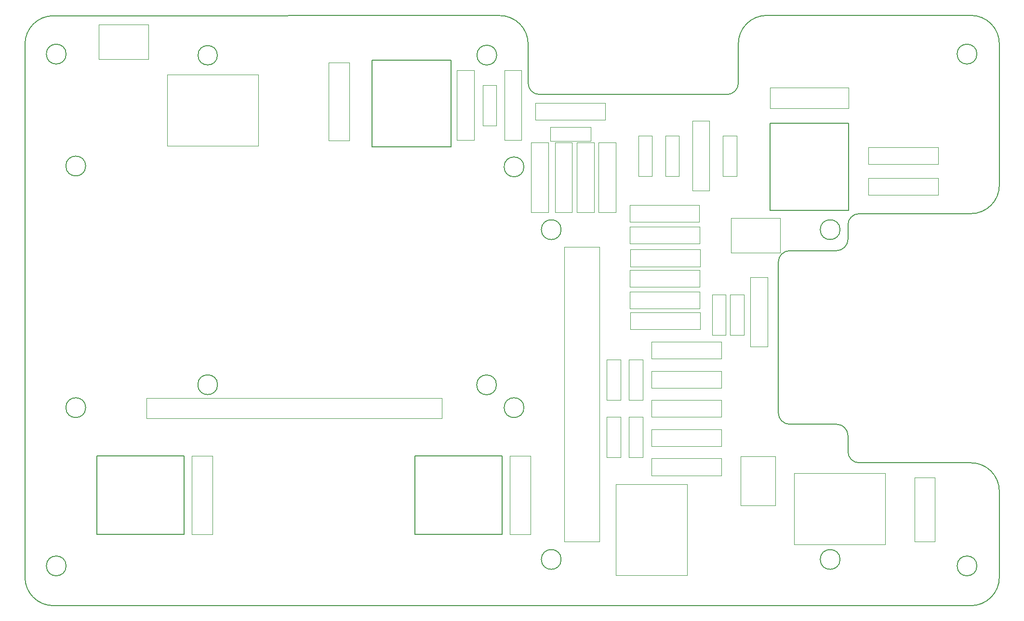
<source format=gbr>
%TF.GenerationSoftware,KiCad,Pcbnew,(6.0.6)*%
%TF.CreationDate,2022-07-08T10:44:38+02:00*%
%TF.ProjectId,norns_fork,6e6f726e-735f-4666-9f72-6b2e6b696361,V2*%
%TF.SameCoordinates,Original*%
%TF.FileFunction,Other,User*%
%FSLAX46Y46*%
G04 Gerber Fmt 4.6, Leading zero omitted, Abs format (unit mm)*
G04 Created by KiCad (PCBNEW (6.0.6)) date 2022-07-08 10:44:38*
%MOMM*%
%LPD*%
G01*
G04 APERTURE LIST*
%TA.AperFunction,Profile*%
%ADD10C,0.200000*%
%TD*%
%ADD11C,0.150000*%
%ADD12C,0.050000*%
G04 APERTURE END LIST*
D10*
X54898757Y-36329557D02*
X51345231Y-36329557D01*
X46345230Y-135080000D02*
G75*
G03*
X51345231Y-140080000I5000000J0D01*
G01*
X129190050Y-101251336D02*
G75*
G03*
X129190050Y-101251336I-1740060J0D01*
G01*
X136750000Y-50180957D02*
X169682342Y-50180957D01*
X51345231Y-140080000D02*
X59900000Y-140080000D01*
X134011141Y-62909400D02*
G75*
G03*
X134011141Y-62909400I-1741410J0D01*
G01*
X217545231Y-119953960D02*
X217545231Y-135080000D01*
X140555410Y-131951800D02*
G75*
G03*
X140555410Y-131951800I-1741410J0D01*
G01*
X217545231Y-66131713D02*
X217545231Y-41268982D01*
X178717040Y-106170860D02*
G75*
G03*
X180717000Y-108170860I2000060J60D01*
G01*
X188942909Y-77646960D02*
X180717000Y-77646960D01*
X192942909Y-71131709D02*
G75*
G03*
X190942909Y-73131713I-109J-1999891D01*
G01*
X54898757Y-36329557D02*
X129747928Y-36298538D01*
X129232210Y-43254160D02*
G75*
G03*
X129232210Y-43254160I-1741410J0D01*
G01*
X46345231Y-41329557D02*
X46345231Y-135080000D01*
X217545240Y-119953960D02*
G75*
G03*
X212545231Y-114953960I-5000040J-40D01*
G01*
X57011131Y-105259400D02*
G75*
G03*
X57011131Y-105259400I-1741410J0D01*
G01*
X53580000Y-43071200D02*
G75*
G03*
X53580000Y-43071200I-1740000J0D01*
G01*
X57011131Y-62759400D02*
G75*
G03*
X57011131Y-62759400I-1741410J0D01*
G01*
X51345231Y-36329561D02*
G75*
G03*
X46345231Y-41329557I9J-5000009D01*
G01*
X53580000Y-133088800D02*
G75*
G03*
X53580000Y-133088800I-1740000J0D01*
G01*
X189554000Y-131951800D02*
G75*
G03*
X189554000Y-131951800I-1740000J0D01*
G01*
X190942909Y-110170860D02*
X190942909Y-112953960D01*
X80190000Y-101220000D02*
G75*
G03*
X80190000Y-101220000I-1740000J0D01*
G01*
X213600000Y-133088800D02*
G75*
G03*
X213600000Y-133088800I-1740000J0D01*
G01*
X217545218Y-41268982D02*
G75*
G03*
X212545231Y-36268982I-5000018J-18D01*
G01*
X134011131Y-105259400D02*
G75*
G03*
X134011131Y-105259400I-1741410J0D01*
G01*
X169682342Y-50180942D02*
G75*
G03*
X171682342Y-48180957I58J1999942D01*
G01*
X140555410Y-73951760D02*
G75*
G03*
X140555410Y-73951760I-1741410J0D01*
G01*
X212545231Y-71131731D02*
G75*
G03*
X217545231Y-66131713I-131J5000131D01*
G01*
X134750043Y-48180957D02*
G75*
G03*
X136750000Y-50180957I2000057J57D01*
G01*
X190942840Y-112953960D02*
G75*
G03*
X192942909Y-114953960I2000060J60D01*
G01*
X189555410Y-73951760D02*
G75*
G03*
X189555410Y-73951760I-1741410J0D01*
G01*
X134750000Y-41298538D02*
X134750000Y-48180957D01*
X59900000Y-140080000D02*
X212545231Y-140080000D01*
X212545231Y-140079931D02*
G75*
G03*
X217545231Y-135080000I-31J5000031D01*
G01*
X180717000Y-77646900D02*
G75*
G03*
X178717000Y-79646960I0J-2000000D01*
G01*
X80152939Y-43280000D02*
G75*
G03*
X80152939Y-43280000I-1702939J0D01*
G01*
X176682342Y-36269042D02*
G75*
G03*
X171682342Y-41268982I-42J-4999958D01*
G01*
X190942909Y-73131713D02*
X190942909Y-75646960D01*
X171682342Y-48180957D02*
X171682342Y-41268982D01*
X188942909Y-77647009D02*
G75*
G03*
X190942909Y-75646960I-9J2000009D01*
G01*
X134750062Y-41298538D02*
G75*
G03*
X129747928Y-36298538I-4999962J38D01*
G01*
X178717000Y-79646960D02*
X178717000Y-106170860D01*
X176682342Y-36268982D02*
X212545231Y-36268982D01*
X213601410Y-43071200D02*
G75*
G03*
X213601410Y-43071200I-1741410J0D01*
G01*
X192942909Y-114953960D02*
X212545231Y-114953960D01*
X180717000Y-108170860D02*
X188942909Y-108170860D01*
X212545231Y-71131713D02*
X192942909Y-71131713D01*
X190942840Y-110170860D02*
G75*
G03*
X188942909Y-108170860I-1999940J60D01*
G01*
D11*
%TO.C,ENC1*%
X121205000Y-44110000D02*
X107355000Y-44110000D01*
X107355000Y-59385000D02*
X121205000Y-59385000D01*
X107355000Y-59385000D02*
X107355000Y-59385000D01*
X107355000Y-44110000D02*
X107355000Y-59385000D01*
X121205000Y-59385000D02*
X121205000Y-44110000D01*
D12*
%TO.C,K3*%
X181520000Y-116810000D02*
X181520000Y-129310000D01*
X197520000Y-129310000D02*
X197520000Y-116810000D01*
X197520000Y-116810000D02*
X181520000Y-116810000D01*
X181520000Y-129310000D02*
X197520000Y-129310000D01*
%TO.C,R13*%
X130580000Y-45940000D02*
X130580000Y-58200000D01*
X133580000Y-58200000D02*
X133580000Y-45940000D01*
X133580000Y-45940000D02*
X130580000Y-45940000D01*
X130580000Y-58200000D02*
X133580000Y-58200000D01*
%TO.C,R12*%
X165000000Y-77450000D02*
X152740000Y-77450000D01*
X152740000Y-80450000D02*
X165000000Y-80450000D01*
X165000000Y-80450000D02*
X165000000Y-77450000D01*
X152740000Y-77450000D02*
X152740000Y-80450000D01*
%TO.C,J1*%
X99710000Y-44535000D02*
X99710000Y-58285000D01*
X103310000Y-58285000D02*
X103310000Y-44535000D01*
X103310000Y-44535000D02*
X99710000Y-44535000D01*
X99710000Y-58285000D02*
X103310000Y-58285000D01*
%TO.C,R17*%
X152730000Y-88500000D02*
X152730000Y-91500000D01*
X164990000Y-88500000D02*
X152730000Y-88500000D01*
X164990000Y-91500000D02*
X164990000Y-88500000D01*
X152730000Y-91500000D02*
X164990000Y-91500000D01*
%TO.C,R18*%
X164880000Y-76430000D02*
X164880000Y-73430000D01*
X152620000Y-76430000D02*
X164880000Y-76430000D01*
X164880000Y-73430000D02*
X152620000Y-73430000D01*
X152620000Y-73430000D02*
X152620000Y-76430000D01*
%TO.C,J4*%
X177270000Y-52600000D02*
X191020000Y-52600000D01*
X191020000Y-49000000D02*
X177270000Y-49000000D01*
X177270000Y-49000000D02*
X177270000Y-52600000D01*
X191020000Y-52600000D02*
X191020000Y-49000000D01*
%TO.C,R8*%
X152620000Y-84050000D02*
X164880000Y-84050000D01*
X164880000Y-84050000D02*
X164880000Y-81050000D01*
X152620000Y-81050000D02*
X152620000Y-84050000D01*
X164880000Y-81050000D02*
X152620000Y-81050000D01*
%TO.C,R14*%
X164880000Y-87850000D02*
X164880000Y-84850000D01*
X152620000Y-84850000D02*
X152620000Y-87850000D01*
X152620000Y-87850000D02*
X164880000Y-87850000D01*
X164880000Y-84850000D02*
X152620000Y-84850000D01*
%TO.C,R22*%
X168690000Y-117175000D02*
X168690000Y-114175000D01*
X156430000Y-117175000D02*
X168690000Y-117175000D01*
X156430000Y-114175000D02*
X156430000Y-117175000D01*
X168690000Y-114175000D02*
X156430000Y-114175000D01*
%TO.C,C8*%
X158866666Y-57410000D02*
X158866666Y-64510000D01*
X161266666Y-57410000D02*
X158866666Y-57410000D01*
X158866666Y-64510000D02*
X161266666Y-64510000D01*
X161266666Y-64510000D02*
X161266666Y-57410000D01*
%TO.C,J10*%
X147260000Y-128850000D02*
X147260000Y-77000000D01*
X141110000Y-77000000D02*
X141110000Y-128850000D01*
X147260000Y-77000000D02*
X141110000Y-77000000D01*
X141110000Y-128850000D02*
X147260000Y-128850000D01*
%TO.C,K2*%
X162690000Y-118700000D02*
X150190000Y-118700000D01*
X162690000Y-134700000D02*
X162690000Y-118700000D01*
X150190000Y-134700000D02*
X162690000Y-134700000D01*
X150190000Y-118700000D02*
X150190000Y-134700000D01*
%TO.C,R3*%
X147150000Y-70900000D02*
X150150000Y-70900000D01*
X150150000Y-70900000D02*
X150150000Y-58640000D01*
X147150000Y-58640000D02*
X147150000Y-70900000D01*
X150150000Y-58640000D02*
X147150000Y-58640000D01*
%TO.C,C6*%
X154870000Y-103880000D02*
X154870000Y-96780000D01*
X154870000Y-96780000D02*
X152470000Y-96780000D01*
X152470000Y-103880000D02*
X154870000Y-103880000D01*
X152470000Y-96780000D02*
X152470000Y-103880000D01*
%TO.C,J5*%
X170360000Y-78010000D02*
X170360000Y-71910000D01*
X179010000Y-71910000D02*
X179010000Y-78010000D01*
X179010000Y-78010000D02*
X170360000Y-78010000D01*
X170360000Y-71910000D02*
X179010000Y-71910000D01*
%TO.C,R11*%
X168690000Y-106910000D02*
X168690000Y-103910000D01*
X156430000Y-103910000D02*
X156430000Y-106910000D01*
X156430000Y-106910000D02*
X168690000Y-106910000D01*
X168690000Y-103910000D02*
X156430000Y-103910000D01*
%TO.C,R21*%
X156430000Y-112042500D02*
X168690000Y-112042500D01*
X168690000Y-112042500D02*
X168690000Y-109042500D01*
X156430000Y-109042500D02*
X156430000Y-112042500D01*
X168690000Y-109042500D02*
X156430000Y-109042500D01*
%TO.C,R19*%
X156430000Y-101830000D02*
X168690000Y-101830000D01*
X156430000Y-98830000D02*
X156430000Y-101830000D01*
X168690000Y-98830000D02*
X156430000Y-98830000D01*
X168690000Y-101830000D02*
X168690000Y-98830000D01*
%TO.C,J9*%
X119569800Y-103559200D02*
X67719800Y-103559200D01*
X67719800Y-107159200D02*
X119569800Y-107159200D01*
X119569800Y-107159200D02*
X119569800Y-103559200D01*
X67719800Y-103559200D02*
X67719800Y-107159200D01*
%TO.C,R20*%
X168690000Y-93645000D02*
X156430000Y-93645000D01*
X156430000Y-93645000D02*
X156430000Y-96645000D01*
X156430000Y-96645000D02*
X168690000Y-96645000D01*
X168690000Y-96645000D02*
X168690000Y-93645000D01*
%TO.C,R15*%
X163623332Y-54830000D02*
X163623332Y-67090000D01*
X166623332Y-54830000D02*
X163623332Y-54830000D01*
X166623332Y-67090000D02*
X166623332Y-54830000D01*
X163623332Y-67090000D02*
X166623332Y-67090000D01*
D11*
%TO.C,ENC2*%
X74285000Y-113725000D02*
X59010000Y-113725000D01*
X74285000Y-127575000D02*
X74285000Y-127575000D01*
X74285000Y-127575000D02*
X74285000Y-113725000D01*
X59010000Y-113725000D02*
X59010000Y-127575000D01*
X59010000Y-127575000D02*
X74285000Y-127575000D01*
D12*
%TO.C,R10*%
X125256002Y-45940000D02*
X122256002Y-45940000D01*
X122256002Y-45940000D02*
X122256002Y-58200000D01*
X122256002Y-58200000D02*
X125256002Y-58200000D01*
X125256002Y-58200000D02*
X125256002Y-45940000D01*
%TO.C,C10*%
X154870000Y-114000000D02*
X154870000Y-106900000D01*
X152470000Y-106900000D02*
X152470000Y-114000000D01*
X154870000Y-106900000D02*
X152470000Y-106900000D01*
X152470000Y-114000000D02*
X154870000Y-114000000D01*
%TO.C,C9*%
X168980000Y-57410000D02*
X168980000Y-64510000D01*
X171380000Y-64510000D02*
X171380000Y-57410000D01*
X171380000Y-57410000D02*
X168980000Y-57410000D01*
X168980000Y-64510000D02*
X171380000Y-64510000D01*
%TO.C,R1*%
X138300000Y-70900000D02*
X138300000Y-58640000D01*
X135300000Y-58640000D02*
X135300000Y-70900000D01*
X135300000Y-70900000D02*
X138300000Y-70900000D01*
X138300000Y-58640000D02*
X135300000Y-58640000D01*
%TO.C,J11*%
X202655000Y-117570000D02*
X206205000Y-117570000D01*
X202655000Y-128770000D02*
X202655000Y-117570000D01*
X206205000Y-117570000D02*
X206205000Y-128770000D01*
X206205000Y-128770000D02*
X202655000Y-128770000D01*
%TO.C,C5*%
X126769998Y-48520000D02*
X126769998Y-55620000D01*
X129169998Y-55620000D02*
X129169998Y-48520000D01*
X126769998Y-55620000D02*
X129169998Y-55620000D01*
X129169998Y-48520000D02*
X126769998Y-48520000D01*
%TO.C,C7*%
X156510000Y-64510000D02*
X156510000Y-57410000D01*
X156510000Y-57410000D02*
X154110000Y-57410000D01*
X154110000Y-57410000D02*
X154110000Y-64510000D01*
X154110000Y-64510000D02*
X156510000Y-64510000D01*
%TO.C,K1*%
X71320000Y-59200000D02*
X87320000Y-59200000D01*
X71320000Y-46700000D02*
X71320000Y-59200000D01*
X87320000Y-46700000D02*
X71320000Y-46700000D01*
X87320000Y-59200000D02*
X87320000Y-46700000D01*
%TO.C,C4*%
X169480000Y-92450000D02*
X169480000Y-85350000D01*
X167080000Y-85350000D02*
X167080000Y-92450000D01*
X167080000Y-92450000D02*
X169480000Y-92450000D01*
X169480000Y-85350000D02*
X167080000Y-85350000D01*
%TO.C,R6*%
X152580000Y-69620000D02*
X152580000Y-72620000D01*
X164840000Y-69620000D02*
X152580000Y-69620000D01*
X152580000Y-72620000D02*
X164840000Y-72620000D01*
X164840000Y-72620000D02*
X164840000Y-69620000D01*
%TO.C,J7*%
X172110000Y-113785000D02*
X178210000Y-113785000D01*
X178210000Y-113785000D02*
X178210000Y-122435000D01*
X178210000Y-122435000D02*
X172110000Y-122435000D01*
X172110000Y-122435000D02*
X172110000Y-113785000D01*
%TO.C,C11*%
X148570000Y-114000000D02*
X150970000Y-114000000D01*
X148570000Y-106900000D02*
X148570000Y-114000000D01*
X150970000Y-114000000D02*
X150970000Y-106900000D01*
X150970000Y-106900000D02*
X148570000Y-106900000D01*
%TO.C,C1*%
X170250000Y-85350000D02*
X170250000Y-92450000D01*
X172650000Y-85350000D02*
X170250000Y-85350000D01*
X172650000Y-92450000D02*
X172650000Y-85350000D01*
X170250000Y-92450000D02*
X172650000Y-92450000D01*
%TO.C,R2*%
X194530000Y-67860000D02*
X206790000Y-67860000D01*
X206790000Y-67860000D02*
X206790000Y-64860000D01*
X206790000Y-64860000D02*
X194530000Y-64860000D01*
X194530000Y-64860000D02*
X194530000Y-67860000D01*
D11*
%TO.C,ENC3*%
X130165000Y-127575000D02*
X130165000Y-127575000D01*
X114890000Y-113725000D02*
X114890000Y-127575000D01*
X130165000Y-113725000D02*
X114890000Y-113725000D01*
X114890000Y-127575000D02*
X130165000Y-127575000D01*
X130165000Y-127575000D02*
X130165000Y-113725000D01*
D12*
%TO.C,C3*%
X150970000Y-96780000D02*
X148570000Y-96780000D01*
X148570000Y-103880000D02*
X150970000Y-103880000D01*
X148570000Y-96780000D02*
X148570000Y-103880000D01*
X150970000Y-103880000D02*
X150970000Y-96780000D01*
D11*
%TO.C,ENC4*%
X191075000Y-55255000D02*
X177225000Y-55255000D01*
X177225000Y-55255000D02*
X177225000Y-70530000D01*
X191075000Y-55255000D02*
X191075000Y-55255000D01*
X191075000Y-70530000D02*
X191075000Y-55255000D01*
X177225000Y-70530000D02*
X191075000Y-70530000D01*
D12*
%TO.C,R9*%
X143340000Y-58640000D02*
X143340000Y-70900000D01*
X146340000Y-70900000D02*
X146340000Y-58640000D01*
X146340000Y-58640000D02*
X143340000Y-58640000D01*
X143340000Y-70900000D02*
X146340000Y-70900000D01*
%TO.C,R16*%
X206790000Y-59430000D02*
X194530000Y-59430000D01*
X194530000Y-59430000D02*
X194530000Y-62430000D01*
X194530000Y-62430000D02*
X206790000Y-62430000D01*
X206790000Y-62430000D02*
X206790000Y-59430000D01*
%TO.C,J3*%
X131550000Y-113780000D02*
X131550000Y-127530000D01*
X131550000Y-127530000D02*
X135150000Y-127530000D01*
X135150000Y-113780000D02*
X131550000Y-113780000D01*
X135150000Y-127530000D02*
X135150000Y-113780000D01*
%TO.C,J8*%
X59350000Y-44010000D02*
X59350000Y-37910000D01*
X68000000Y-44010000D02*
X59350000Y-44010000D01*
X68000000Y-37910000D02*
X68000000Y-44010000D01*
X59350000Y-37910000D02*
X68000000Y-37910000D01*
%TO.C,R5*%
X142470000Y-58640000D02*
X139470000Y-58640000D01*
X142470000Y-70900000D02*
X142470000Y-58640000D01*
X139470000Y-58640000D02*
X139470000Y-70900000D01*
X139470000Y-70900000D02*
X142470000Y-70900000D01*
%TO.C,R4*%
X173820000Y-94550000D02*
X176820000Y-94550000D01*
X173820000Y-82290000D02*
X173820000Y-94550000D01*
X176820000Y-82290000D02*
X173820000Y-82290000D01*
X176820000Y-94550000D02*
X176820000Y-82290000D01*
%TO.C,J2*%
X79270000Y-113780000D02*
X75670000Y-113780000D01*
X75670000Y-127530000D02*
X79270000Y-127530000D01*
X79270000Y-127530000D02*
X79270000Y-113780000D01*
X75670000Y-113780000D02*
X75670000Y-127530000D01*
%TO.C,R7*%
X136050000Y-54640000D02*
X148310000Y-54640000D01*
X148310000Y-51640000D02*
X136050000Y-51640000D01*
X148310000Y-54640000D02*
X148310000Y-51640000D01*
X136050000Y-51640000D02*
X136050000Y-54640000D01*
%TO.C,C2*%
X138690000Y-55950000D02*
X138690000Y-58350000D01*
X145790000Y-55950000D02*
X138690000Y-55950000D01*
X145790000Y-58350000D02*
X145790000Y-55950000D01*
X138690000Y-58350000D02*
X145790000Y-58350000D01*
%TD*%
M02*

</source>
